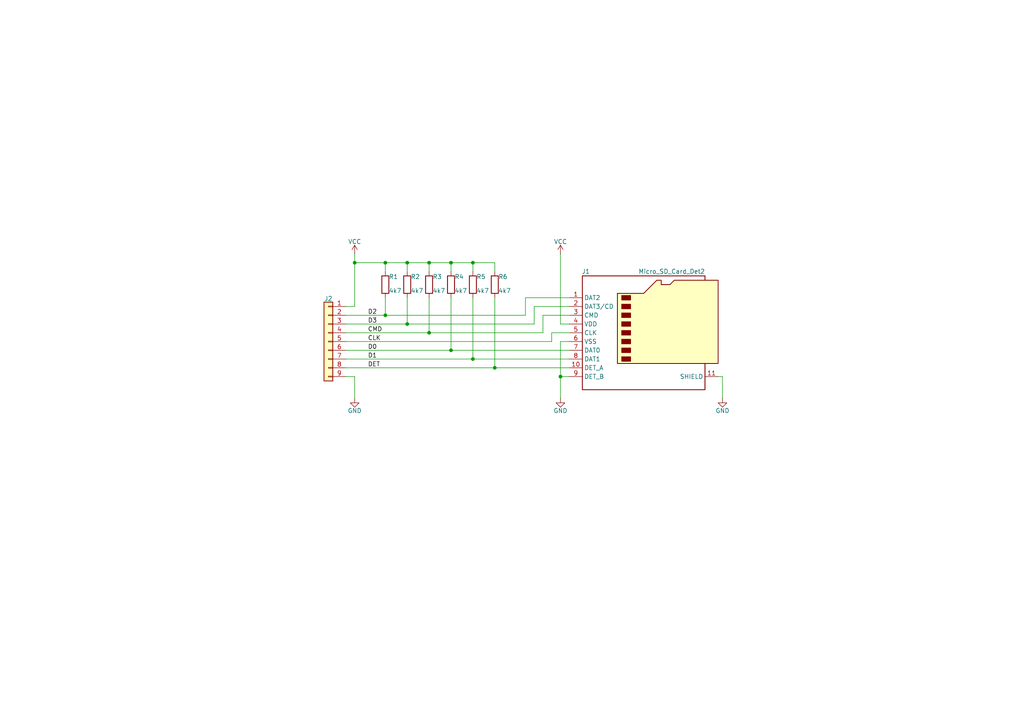
<source format=kicad_sch>
(kicad_sch (version 20250114) (generator "eeschema") (generator_version "9.0")
  (paper "A4")
  (title_block (title "${TITLE}") (rev "${REVISION}") (company "${COMPANY}") (comment 1 "${AUTHOR}") (comment 2 "${AUTHOR_EMAIL}"))
  (lib_symbols
    (symbol "Connector:Micro_SD_Card_Det2"
      (property "Reference" "J" (at -16.51 17.78 0))
      (property "Value" "Micro_SD_Card_Det2" (at 16.51 17.78 0))
      (symbol "Micro_SD_Card_Det2_0_1"
        (polyline (pts (xy -8.89 -8.89) (xy -8.89 11.43) (xy -1.27 11.43) (xy 2.54 15.24) (xy 3.81 15.24) (xy 3.81 13.97) (xy 6.35 13.97) (xy 7.62 15.24) (xy 20.32 15.24) (xy 20.32 -8.89) (xy -8.89 -8.89)) (stroke (width 0.254)) (fill (type background)))
        (rectangle (start -7.62 10.795) (end -5.08 9.525) (stroke (width 0.254)) (fill (type outline)))
        (rectangle (start -7.62 8.255) (end -5.08 6.985) (stroke (width 0.254)) (fill (type outline)))
        (rectangle (start -7.62 5.715) (end -5.08 4.445) (stroke (width 0.254)) (fill (type outline)))
        (rectangle (start -7.62 3.175) (end -5.08 1.905) (stroke (width 0.254)) (fill (type outline)))
        (rectangle (start -7.62 0.635) (end -5.08 -0.635) (stroke (width 0.254)) (fill (type outline)))
        (rectangle (start -7.62 -1.905) (end -5.08 -3.175) (stroke (width 0.254)) (fill (type outline)))
        (rectangle (start -7.62 -4.445) (end -5.08 -5.715) (stroke (width 0.254)) (fill (type outline)))
        (rectangle (start -7.62 -6.985) (end -5.08 -8.255) (stroke (width 0.254)) (fill (type outline)))
        (polyline (pts (xy 16.51 15.24) (xy 16.51 16.51) (xy -19.05 16.51) (xy -19.05 -16.51) (xy 16.51 -16.51) (xy 16.51 -8.89)) (stroke (width 0.254)))
      )
      (symbol "Micro_SD_Card_Det2_1_1"
        (pin bidirectional line (at -22.86 10.16 0) (length 3.81) (name "DAT2") (number "1"))
        (pin bidirectional line (at -22.86 7.62 0) (length 3.81) (name "DAT3/CD") (number "2"))
        (pin input line (at -22.86 5.08 0) (length 3.81) (name "CMD") (number "3"))
        (pin power_in line (at -22.86 2.54 0) (length 3.81) (name "VDD") (number "4"))
        (pin input line (at -22.86 0 0) (length 3.81) (name "CLK") (number "5"))
        (pin power_in line (at -22.86 -2.54 0) (length 3.81) (name "VSS") (number "6"))
        (pin bidirectional line (at -22.86 -5.08 0) (length 3.81) (name "DAT0") (number "7"))
        (pin bidirectional line (at -22.86 -7.62 0) (length 3.81) (name "DAT1") (number "8"))
        (pin passive line (at -22.86 -10.16 0) (length 3.81) (name "DET_A") (number "10"))
        (pin passive line (at -22.86 -12.7 0) (length 3.81) (name "DET_B") (number "9"))
        (pin passive line (at 20.32 -12.7 180) (length 3.81) (name "SHIELD") (number "11"))
      )
    )
    (symbol "Connector_Generic:Conn_01x09" (pin_names (offset 1.016) (hide yes))
      (property "Reference" "J" (at 0 12.7 0))
      (property "Value" "Conn_01x09" (at 0 -12.7 0))
      (symbol "Conn_01x09_1_1"
        (rectangle (start -1.27 11.43) (end 1.27 -11.43) (stroke (width 0.254)) (fill (type background)))
        (rectangle (start -1.27 10.287) (end 0 10.033) (stroke (width 0.1524)))
        (rectangle (start -1.27 7.747) (end 0 7.493) (stroke (width 0.1524)))
        (rectangle (start -1.27 5.207) (end 0 4.953) (stroke (width 0.1524)))
        (rectangle (start -1.27 2.667) (end 0 2.413) (stroke (width 0.1524)))
        (rectangle (start -1.27 0.127) (end 0 -0.127) (stroke (width 0.1524)))
        (rectangle (start -1.27 -2.413) (end 0 -2.667) (stroke (width 0.1524)))
        (rectangle (start -1.27 -4.953) (end 0 -5.207) (stroke (width 0.1524)))
        (rectangle (start -1.27 -7.493) (end 0 -7.747) (stroke (width 0.1524)))
        (rectangle (start -1.27 -10.033) (end 0 -10.287) (stroke (width 0.1524)))
        (pin passive line (at -5.08 10.16 0) (length 3.81) (name "Pin_1") (number "1"))
        (pin passive line (at -5.08 7.62 0) (length 3.81) (name "Pin_2") (number "2"))
        (pin passive line (at -5.08 5.08 0) (length 3.81) (name "Pin_3") (number "3"))
        (pin passive line (at -5.08 2.54 0) (length 3.81) (name "Pin_4") (number "4"))
        (pin passive line (at -5.08 0 0) (length 3.81) (name "Pin_5") (number "5"))
        (pin passive line (at -5.08 -2.54 0) (length 3.81) (name "Pin_6") (number "6"))
        (pin passive line (at -5.08 -5.08 0) (length 3.81) (name "Pin_7") (number "7"))
        (pin passive line (at -5.08 -7.62 0) (length 3.81) (name "Pin_8") (number "8"))
        (pin passive line (at -5.08 -10.16 0) (length 3.81) (name "Pin_9") (number "9"))
      )
    )
    (symbol "Device:R" (pin_numbers (hide yes)) (pin_names (offset 0))
      (property "Reference" "R" (at 2.032 0 90))
      (property "Value" "R" (at 0 0 90))
      (symbol "R_0_1"
        (rectangle (start -1.016 -2.54) (end 1.016 2.54) (stroke (width 0.254)))
      )
      (symbol "R_1_1"
        (pin passive line (at 0 3.81 270) (length 1.27) (name "~") (number "1"))
        (pin passive line (at 0 -3.81 90) (length 1.27) (name "~") (number "2"))
      )
    )
    (symbol "power:GND" (power) (pin_numbers (hide yes)) (pin_names (offset 0) (hide yes))
      (property "Value" "GND" (at 0 -3.81 0))
      (symbol "GND_0_1"
        (polyline (pts (xy 0 0) (xy 0 -1.27) (xy 1.27 -1.27) (xy 0 -2.54) (xy -1.27 -1.27) (xy 0 -1.27)))
      )
      (symbol "GND_1_1"
        (pin power_in line (at 0 0 270) (length 0) (name "~") (number "1"))
      )
    )
    (symbol "power:VCC" (power) (pin_numbers (hide yes)) (pin_names (offset 0) (hide yes))
      (property "Value" "VCC" (at 0 3.556 0))
      (symbol "VCC_0_1"
        (polyline (pts (xy -0.762 1.27) (xy 0 2.54)))
        (polyline (pts (xy 0 2.54) (xy 0.762 1.27)))
        (polyline (pts (xy 0 0) (xy 0 2.54)))
      )
      (symbol "VCC_1_1"
        (pin power_in line (at 0 0 90) (length 0) (name "~") (number "1"))
      )
    )
  )
  (junction (at 118.11 93.98))
  (junction (at 130.81 101.6))
  (junction (at 111.76 91.44))
  (junction (at 124.46 76.2))
  (junction (at 143.51 106.68))
  (junction (at 124.46 96.52))
  (junction (at 118.11 76.2))
  (junction (at 102.87 76.2))
  (junction (at 111.76 76.2))
  (junction (at 137.16 76.2))
  (junction (at 162.56 109.22))
  (junction (at 137.16 104.14))
  (junction (at 130.81 76.2))
  (wire (pts (xy 130.81 101.6) (xy 165.1 101.6)))
  (wire (pts (xy 102.87 109.22) (xy 102.87 115.57)))
  (wire (pts (xy 111.76 86.36) (xy 111.76 91.44)))
  (wire (pts (xy 154.94 88.9) (xy 154.94 93.98)))
  (wire (pts (xy 102.87 76.2) (xy 111.76 76.2)))
  (wire (pts (xy 130.81 86.36) (xy 130.81 101.6)))
  (wire (pts (xy 111.76 91.44) (xy 100.33 91.44)))
  (wire (pts (xy 137.16 76.2) (xy 143.51 76.2)))
  (wire (pts (xy 100.33 106.68) (xy 143.51 106.68)))
  (wire (pts (xy 118.11 93.98) (xy 100.33 93.98)))
  (wire (pts (xy 165.1 88.9) (xy 154.94 88.9)))
  (wire (pts (xy 111.76 76.2) (xy 111.76 78.74)))
  (wire (pts (xy 137.16 104.14) (xy 165.1 104.14)))
  (wire (pts (xy 162.56 109.22) (xy 162.56 115.57)))
  (wire (pts (xy 124.46 76.2) (xy 130.81 76.2)))
  (wire (pts (xy 100.33 104.14) (xy 137.16 104.14)))
  (wire (pts (xy 162.56 93.98) (xy 165.1 93.98)))
  (wire (pts (xy 102.87 88.9) (xy 102.87 76.2)))
  (wire (pts (xy 102.87 76.2) (xy 102.87 73.66)))
  (wire (pts (xy 118.11 86.36) (xy 118.11 93.98)))
  (wire (pts (xy 157.48 96.52) (xy 124.46 96.52)))
  (wire (pts (xy 160.02 96.52) (xy 160.02 99.06)))
  (wire (pts (xy 160.02 99.06) (xy 100.33 99.06)))
  (wire (pts (xy 124.46 86.36) (xy 124.46 96.52)))
  (wire (pts (xy 118.11 76.2) (xy 124.46 76.2)))
  (wire (pts (xy 162.56 73.66) (xy 162.56 93.98)))
  (wire (pts (xy 100.33 101.6) (xy 130.81 101.6)))
  (wire (pts (xy 157.48 91.44) (xy 157.48 96.52)))
  (wire (pts (xy 165.1 86.36) (xy 152.4 86.36)))
  (wire (pts (xy 130.81 76.2) (xy 137.16 76.2)))
  (wire (pts (xy 118.11 76.2) (xy 118.11 78.74)))
  (wire (pts (xy 209.55 109.22) (xy 208.28 109.22)))
  (wire (pts (xy 143.51 86.36) (xy 143.51 106.68)))
  (wire (pts (xy 100.33 88.9) (xy 102.87 88.9)))
  (wire (pts (xy 162.56 109.22) (xy 165.1 109.22)))
  (wire (pts (xy 162.56 109.22) (xy 162.56 99.06)))
  (wire (pts (xy 154.94 93.98) (xy 118.11 93.98)))
  (wire (pts (xy 162.56 99.06) (xy 165.1 99.06)))
  (wire (pts (xy 100.33 109.22) (xy 102.87 109.22)))
  (wire (pts (xy 209.55 115.57) (xy 209.55 109.22)))
  (wire (pts (xy 143.51 106.68) (xy 165.1 106.68)))
  (wire (pts (xy 137.16 86.36) (xy 137.16 104.14)))
  (wire (pts (xy 130.81 76.2) (xy 130.81 78.74)))
  (wire (pts (xy 137.16 76.2) (xy 137.16 78.74)))
  (wire (pts (xy 143.51 78.74) (xy 143.51 76.2)))
  (wire (pts (xy 124.46 76.2) (xy 124.46 78.74)))
  (wire (pts (xy 152.4 86.36) (xy 152.4 91.44)))
  (wire (pts (xy 111.76 76.2) (xy 118.11 76.2)))
  (wire (pts (xy 124.46 96.52) (xy 100.33 96.52)))
  (wire (pts (xy 152.4 91.44) (xy 111.76 91.44)))
  (wire (pts (xy 165.1 96.52) (xy 160.02 96.52)))
  (wire (pts (xy 165.1 91.44) (xy 157.48 91.44)))
  (label "CMD" (at 106.68 96.52 0))
  (label "CLK" (at 106.68 99.06 0))
  (label "D3" (at 106.68 93.98 0))
  (label "D0" (at 106.68 101.6 0))
  (label "D1" (at 106.68 104.14 0))
  (label "D2" (at 106.68 91.44 0))
  (label "DET" (at 106.68 106.68 0))
  (symbol (lib_id "Device:R") (at 130.81 82.55 0) (unit 1)
    (property "Reference" "R4" (at 131.826 80.264 0) (effects (justify left)))
    (property "Value" "4k7" (at 131.826 84.328 0) (effects (justify left)))
    (property "Footprint" "Resistor_SMD:R_0603_1608Metric" (effects (hide yes)))
    (property "Description" "Resistor" (effects (hide yes)))
    (property "LCSC" "C23162" (effects (hide yes)))
  )
  (symbol (lib_id "power:VCC") (at 102.87 73.66 0) (unit 1)
    (property "Reference" "#PWR03" (effects (hide yes)))
    (property "Value" "VCC" (at 102.87 70.104 0))
    (property "Description" "Power symbol creates a global label with name \"VCC\"" (effects (hide yes)))
  )
  (symbol (lib_id "Device:R") (at 124.46 82.55 0) (unit 1)
    (property "Reference" "R3" (at 125.476 80.264 0) (effects (justify left)))
    (property "Value" "4k7" (at 125.476 84.328 0) (effects (justify left)))
    (property "Footprint" "Resistor_SMD:R_0603_1608Metric" (effects (hide yes)))
    (property "Description" "Resistor" (effects (hide yes)))
    (property "LCSC" "C23162" (effects (hide yes)))
  )
  (symbol (lib_id "power:GND") (at 209.55 115.57 0) (unit 1)
    (property "Reference" "#PWR05" (effects (hide yes)))
    (property "Value" "GND" (at 209.55 119.126 0))
    (property "Description" "Power symbol creates a global label with name \"GND\" , ground" (effects (hide yes)))
  )
  (symbol (lib_id "Device:R") (at 143.51 82.55 0) (unit 1)
    (property "Reference" "R6" (at 144.526 80.264 0) (effects (justify left)))
    (property "Value" "4k7" (at 144.526 84.328 0) (effects (justify left)))
    (property "Footprint" "Resistor_SMD:R_0603_1608Metric" (effects (hide yes)))
    (property "Description" "Resistor" (effects (hide yes)))
    (property "LCSC" "C23162" (effects (hide yes)))
  )
  (symbol (lib_id "Device:R") (at 111.76 82.55 0) (unit 1)
    (property "Reference" "R1" (at 112.776 80.264 0) (effects (justify left)))
    (property "Value" "4k7" (at 112.776 84.328 0) (effects (justify left)))
    (property "Footprint" "Resistor_SMD:R_0603_1608Metric" (effects (hide yes)))
    (property "Description" "Resistor" (effects (hide yes)))
    (property "LCSC" "C23162" (effects (hide yes)))
  )
  (symbol (lib_id "power:GND") (at 102.87 115.57 0) (unit 1)
    (property "Reference" "#PWR01" (effects (hide yes)))
    (property "Value" "GND" (at 102.87 119.126 0))
    (property "Description" "Power symbol creates a global label with name \"GND\" , ground" (effects (hide yes)))
  )
  (symbol (lib_id "Device:R") (at 118.11 82.55 0) (unit 1)
    (property "Reference" "R2" (at 119.126 80.264 0) (effects (justify left)))
    (property "Value" "4k7" (at 119.126 84.328 0) (effects (justify left)))
    (property "Footprint" "Resistor_SMD:R_0603_1608Metric" (effects (hide yes)))
    (property "Description" "Resistor" (effects (hide yes)))
    (property "LCSC" "C23162" (effects (hide yes)))
  )
  (symbol (lib_id "power:GND") (at 162.56 115.57 0) (unit 1)
    (property "Reference" "#PWR02" (effects (hide yes)))
    (property "Value" "GND" (at 162.56 119.126 0))
    (property "Description" "Power symbol creates a global label with name \"GND\" , ground" (effects (hide yes)))
  )
  (symbol (lib_id "Device:R") (at 137.16 82.55 0) (unit 1)
    (property "Reference" "R5" (at 138.176 80.264 0) (effects (justify left)))
    (property "Value" "4k7" (at 138.176 84.328 0) (effects (justify left)))
    (property "Footprint" "Resistor_SMD:R_0603_1608Metric" (effects (hide yes)))
    (property "Description" "Resistor" (effects (hide yes)))
    (property "LCSC" "C23162" (effects (hide yes)))
  )
  (symbol (lib_id "Connector_Generic:Conn_01x09") (at 95.25 99.06 0) (mirror y) (unit 1)
    (property "Reference" "J2" (at 95.25 86.614 0))
    (property "Value" "Conn_01x09" (effects (hide yes)))
    (property "Footprint" "Connector_PinHeader_2.54mm:PinHeader_1x09_P2.54mm_Vertical" (effects (hide yes)))
    (property "Description" "Generic connector, single row, 01x09, script generated (kicad-library-utils/schlib/autogen/connector/)" (effects (hide yes)))
  )
  (symbol (lib_id "power:VCC") (at 162.56 73.66 0) (unit 1)
    (property "Reference" "#PWR04" (effects (hide yes)))
    (property "Value" "VCC" (at 162.56 70.104 0))
    (property "Description" "Power symbol creates a global label with name \"VCC\"" (effects (hide yes)))
  )
  (symbol (lib_id "Connector:Micro_SD_Card_Det2") (at 187.96 96.52 0) (unit 1)
    (property "Reference" "J1" (at 169.926 78.74 0))
    (property "Value" "Micro_SD_Card_Det2" (at 194.818 78.74 0))
    (property "Footprint" "Connector_Card:microSD_HC_Hirose_DM3D-SF" (effects (hide yes)))
    (property "Datasheet" "https://www.hirose.com/en/product/document?clcode=&productname=&series=DM3&documenttype=Catalog&lang=en&documentid=D49662_en" (effects (hide yes)))
    (property "Description" "Micro SD Card Socket with two card detection pins" (effects (hide yes)))
    (property "LCSC" "C719027" (effects (hide yes)))
  )
)
</source>
